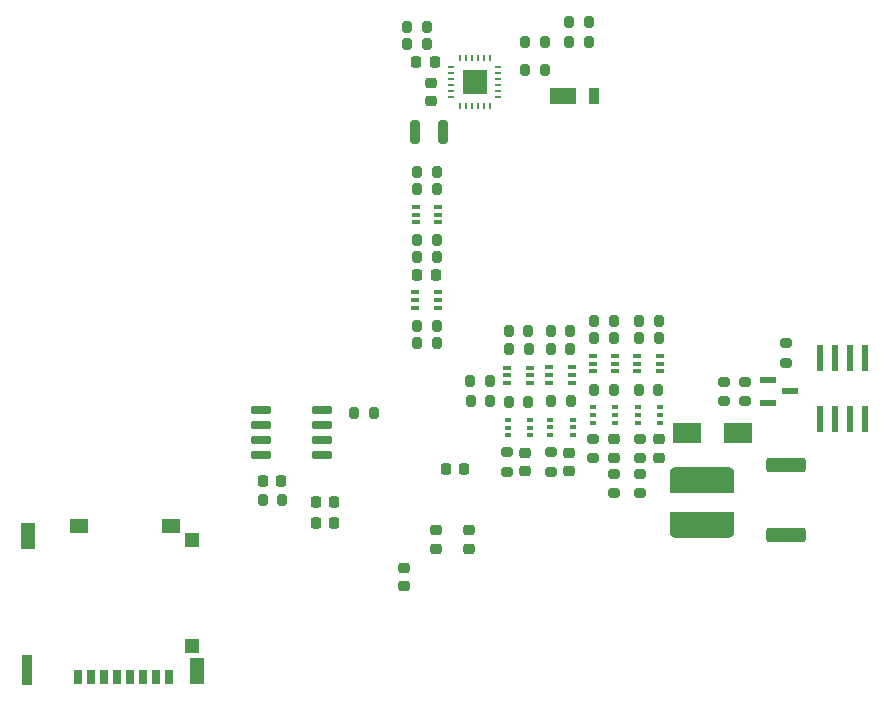
<source format=gbp>
%TF.GenerationSoftware,KiCad,Pcbnew,7.0.9*%
%TF.CreationDate,2024-05-14T22:46:05-07:00*%
%TF.ProjectId,mainboard,6d61696e-626f-4617-9264-2e6b69636164,06b*%
%TF.SameCoordinates,Original*%
%TF.FileFunction,Paste,Bot*%
%TF.FilePolarity,Positive*%
%FSLAX46Y46*%
G04 Gerber Fmt 4.6, Leading zero omitted, Abs format (unit mm)*
G04 Created by KiCad (PCBNEW 7.0.9) date 2024-05-14 22:46:05*
%MOMM*%
%LPD*%
G01*
G04 APERTURE LIST*
G04 Aperture macros list*
%AMRoundRect*
0 Rectangle with rounded corners*
0 $1 Rounding radius*
0 $2 $3 $4 $5 $6 $7 $8 $9 X,Y pos of 4 corners*
0 Add a 4 corners polygon primitive as box body*
4,1,4,$2,$3,$4,$5,$6,$7,$8,$9,$2,$3,0*
0 Add four circle primitives for the rounded corners*
1,1,$1+$1,$2,$3*
1,1,$1+$1,$4,$5*
1,1,$1+$1,$6,$7*
1,1,$1+$1,$8,$9*
0 Add four rect primitives between the rounded corners*
20,1,$1+$1,$2,$3,$4,$5,0*
20,1,$1+$1,$4,$5,$6,$7,0*
20,1,$1+$1,$6,$7,$8,$9,0*
20,1,$1+$1,$8,$9,$2,$3,0*%
%AMFreePoly0*
4,1,17,-1.075000,2.212500,-1.059717,2.339761,-1.006018,2.475934,-0.917570,2.592570,-0.800934,2.681018,-0.664761,2.734717,-0.537500,2.750000,1.075000,2.750000,1.075000,-2.750000,-0.537500,-2.750000,-0.664761,-2.734717,-0.800934,-2.681018,-0.917570,-2.592570,-1.006018,-2.475934,-1.059717,-2.339761,-1.075000,-2.212500,-1.075000,2.212500,-1.075000,2.212500,$1*%
%AMFreePoly1*
4,1,17,-1.075000,2.750000,0.537500,2.750000,0.664761,2.734717,0.800934,2.681018,0.917570,2.592570,1.006018,2.475934,1.059717,2.339761,1.075000,2.212500,1.075000,-2.212500,1.059717,-2.339761,1.006018,-2.475934,0.917570,-2.592570,0.800934,-2.681018,0.664761,-2.734717,0.537500,-2.750000,-1.075000,-2.750000,-1.075000,2.750000,-1.075000,2.750000,$1*%
G04 Aperture macros list end*
%ADD10RoundRect,0.225000X-0.225000X-0.250000X0.225000X-0.250000X0.225000X0.250000X-0.225000X0.250000X0*%
%ADD11RoundRect,0.225000X0.250000X-0.225000X0.250000X0.225000X-0.250000X0.225000X-0.250000X-0.225000X0*%
%ADD12RoundRect,0.200000X-0.275000X0.200000X-0.275000X-0.200000X0.275000X-0.200000X0.275000X0.200000X0*%
%ADD13RoundRect,0.200000X-0.200000X-0.275000X0.200000X-0.275000X0.200000X0.275000X-0.200000X0.275000X0*%
%ADD14R,0.800000X1.240000*%
%ADD15R,1.160000X1.200000*%
%ADD16R,0.950000X2.500000*%
%ADD17R,1.150000X2.200000*%
%ADD18R,1.500000X1.150000*%
%ADD19R,1.160000X1.250000*%
%ADD20RoundRect,0.225000X-0.250000X0.225000X-0.250000X-0.225000X0.250000X-0.225000X0.250000X0.225000X0*%
%ADD21RoundRect,0.225000X0.225000X0.250000X-0.225000X0.250000X-0.225000X-0.250000X0.225000X-0.250000X0*%
%ADD22RoundRect,0.150000X-0.725000X-0.150000X0.725000X-0.150000X0.725000X0.150000X-0.725000X0.150000X0*%
%ADD23R,0.228000X0.608000*%
%ADD24R,0.608000X0.228000*%
%ADD25R,2.128000X2.128000*%
%ADD26RoundRect,0.200000X0.200000X0.275000X-0.200000X0.275000X-0.200000X-0.275000X0.200000X-0.275000X0*%
%ADD27RoundRect,0.177600X-0.222400X-0.822400X0.222400X-0.822400X0.222400X0.822400X-0.222400X0.822400X0*%
%ADD28R,0.650000X0.400000*%
%ADD29R,0.600000X0.400000*%
%ADD30RoundRect,0.200000X0.275000X-0.200000X0.275000X0.200000X-0.275000X0.200000X-0.275000X-0.200000X0*%
%ADD31R,0.900000X1.400000*%
%ADD32R,2.200000X1.400000*%
%ADD33FreePoly0,270.000000*%
%ADD34FreePoly1,270.000000*%
%ADD35R,2.350000X1.700000*%
%ADD36R,0.609600X2.209800*%
%ADD37RoundRect,0.250000X-1.425000X0.362500X-1.425000X-0.362500X1.425000X-0.362500X1.425000X0.362500X0*%
%ADD38R,1.320800X0.558800*%
G04 APERTURE END LIST*
D10*
X134480000Y-100076000D03*
X136030000Y-100076000D03*
D11*
X151892000Y-105804000D03*
X151892000Y-104254000D03*
X149098000Y-105804000D03*
X149098000Y-104254000D03*
D12*
X164211000Y-99464196D03*
X164211000Y-101114196D03*
D13*
X142177000Y-94361000D03*
X143827000Y-94361000D03*
D14*
X118816800Y-116677200D03*
X119916800Y-116677200D03*
X121016800Y-116677200D03*
X122116800Y-116677200D03*
X123216800Y-116677200D03*
X124316800Y-116677200D03*
X125416800Y-116677200D03*
X126516800Y-116677200D03*
D15*
X128456800Y-105047200D03*
D16*
X114471800Y-116047200D03*
D17*
X128861800Y-116197200D03*
X114571800Y-104717200D03*
D18*
X118876800Y-103922200D03*
X126656800Y-103922200D03*
D19*
X128456800Y-114047200D03*
D20*
X146431000Y-107429000D03*
X146431000Y-108979000D03*
D21*
X140475000Y-101854000D03*
X138925000Y-101854000D03*
D22*
X134331000Y-97917000D03*
X134331000Y-96647000D03*
X134331000Y-95377000D03*
X134331000Y-94107000D03*
X139481000Y-94107000D03*
X139481000Y-95377000D03*
X139481000Y-96647000D03*
X139481000Y-97917000D03*
D13*
X146700000Y-61604600D03*
X148350000Y-61604600D03*
D23*
X151150000Y-64294000D03*
X151650000Y-64294000D03*
X152150000Y-64294000D03*
X152650000Y-64294000D03*
X153150000Y-64294000D03*
X153650000Y-64294000D03*
D24*
X154400000Y-65044000D03*
X154400000Y-65544000D03*
X154400000Y-66044000D03*
X154400000Y-66544000D03*
X154400000Y-67044000D03*
X154400000Y-67544000D03*
D23*
X153650000Y-68294000D03*
X153150000Y-68294000D03*
X152650000Y-68294000D03*
X152150000Y-68294000D03*
X151650000Y-68294000D03*
X151150000Y-68294000D03*
D24*
X150400000Y-67544000D03*
X150400000Y-67044000D03*
X150400000Y-66544000D03*
X150400000Y-66044000D03*
X150400000Y-65544000D03*
X150400000Y-65044000D03*
D25*
X152400000Y-66294000D03*
D26*
X158305000Y-65278000D03*
X156655000Y-65278000D03*
D11*
X148666200Y-67900000D03*
X148666200Y-66350000D03*
D26*
X162038800Y-62941200D03*
X160388800Y-62941200D03*
D13*
X156655000Y-62941200D03*
X158305000Y-62941200D03*
D26*
X148350000Y-63075000D03*
X146700000Y-63075000D03*
D10*
X149925000Y-99100000D03*
X151475000Y-99100000D03*
D26*
X162038800Y-61214000D03*
X160388800Y-61214000D03*
D27*
X147320000Y-70525000D03*
X149720000Y-70525000D03*
D10*
X147550000Y-82625000D03*
X149100000Y-82625000D03*
D20*
X164200000Y-96550000D03*
X164200000Y-98100000D03*
X168021000Y-96550000D03*
X168021000Y-98100000D03*
D28*
X166175000Y-90800000D03*
X166175000Y-90150000D03*
X166175000Y-89500000D03*
X168075000Y-89500000D03*
X168075000Y-90150000D03*
X168075000Y-90800000D03*
D29*
X166182000Y-95138000D03*
X166182000Y-94488000D03*
X166182000Y-93838000D03*
X168082000Y-93838000D03*
X168082000Y-94488000D03*
X168082000Y-95138000D03*
D13*
X147511000Y-88425000D03*
X149161000Y-88425000D03*
D26*
X149161000Y-81150000D03*
X147511000Y-81150000D03*
X149161000Y-73914000D03*
X147511000Y-73914000D03*
D13*
X147511000Y-75375000D03*
X149161000Y-75375000D03*
X162497000Y-86525000D03*
X164147000Y-86525000D03*
X166307000Y-86500000D03*
X167957000Y-86500000D03*
X162500000Y-88000000D03*
X164150000Y-88000000D03*
X166307000Y-88000000D03*
X167957000Y-88000000D03*
D30*
X166370000Y-98150000D03*
X166370000Y-96500000D03*
D26*
X164147000Y-92400000D03*
X162497000Y-92400000D03*
X167950000Y-92375000D03*
X166300000Y-92375000D03*
D28*
X162372000Y-90800000D03*
X162372000Y-90150000D03*
X162372000Y-89500000D03*
X164272000Y-89500000D03*
X164272000Y-90150000D03*
X164272000Y-90800000D03*
D29*
X162372000Y-95138000D03*
X162372000Y-94488000D03*
X162372000Y-93838000D03*
X164272000Y-93838000D03*
X164272000Y-94488000D03*
X164272000Y-95138000D03*
D30*
X162425000Y-98150000D03*
X162425000Y-96500000D03*
D12*
X166370000Y-99466900D03*
X166370000Y-101116900D03*
D31*
X162461000Y-67500500D03*
D32*
X159911000Y-67500500D03*
D28*
X147386000Y-78175000D03*
X147386000Y-77525000D03*
X147386000Y-76875000D03*
X149286000Y-76875000D03*
X149286000Y-77525000D03*
X149286000Y-78175000D03*
X147375000Y-85425000D03*
X147375000Y-84775000D03*
X147375000Y-84125000D03*
X149275000Y-84125000D03*
X149275000Y-84775000D03*
X149275000Y-85425000D03*
D26*
X149161000Y-79675000D03*
X147511000Y-79675000D03*
D13*
X147511000Y-86950000D03*
X149161000Y-86950000D03*
D10*
X138925000Y-103632000D03*
X140475000Y-103632000D03*
D13*
X134430000Y-101727000D03*
X136080000Y-101727000D03*
D28*
X160627475Y-90450000D03*
X160627475Y-91100000D03*
X160627475Y-91750000D03*
X158727475Y-91750000D03*
X158727475Y-91100000D03*
X158727475Y-90450000D03*
D13*
X158832475Y-87370000D03*
X160482475Y-87370000D03*
D20*
X160367475Y-97685000D03*
X160367475Y-99235000D03*
D29*
X160697475Y-94890000D03*
X160697475Y-95540000D03*
X160697475Y-96190000D03*
X158797475Y-96190000D03*
X158797475Y-95540000D03*
X158797475Y-94890000D03*
D30*
X178750000Y-90075000D03*
X178750000Y-88425000D03*
D13*
X152025000Y-91600000D03*
X153675000Y-91600000D03*
D30*
X155120000Y-99315000D03*
X155120000Y-97665000D03*
D26*
X156950000Y-88940000D03*
X155300000Y-88940000D03*
D33*
X171600000Y-99975000D03*
D34*
X171600000Y-103825000D03*
D29*
X157115000Y-94930000D03*
X157115000Y-95580000D03*
X157115000Y-96230000D03*
X155215000Y-96230000D03*
X155215000Y-95580000D03*
X155215000Y-94930000D03*
D30*
X175250000Y-93325000D03*
X175250000Y-91675000D03*
D35*
X174650000Y-96012000D03*
X170350000Y-96012000D03*
D26*
X160482475Y-88890000D03*
X158832475Y-88890000D03*
D12*
X173500000Y-91675000D03*
X173500000Y-93325000D03*
D20*
X156620000Y-97715000D03*
X156620000Y-99265000D03*
D13*
X158867475Y-93330000D03*
X160517475Y-93330000D03*
D36*
X181595000Y-89633800D03*
X182865000Y-89633800D03*
X184135000Y-89633800D03*
X185405000Y-89633800D03*
X185405000Y-94866200D03*
X184135000Y-94866200D03*
X182865000Y-94866200D03*
X181595000Y-94866200D03*
D10*
X147450000Y-64575000D03*
X149000000Y-64575000D03*
D37*
X178765200Y-98764500D03*
X178765200Y-104689500D03*
D28*
X157060000Y-90500000D03*
X157060000Y-91150000D03*
X157060000Y-91800000D03*
X155160000Y-91800000D03*
X155160000Y-91150000D03*
X155160000Y-90500000D03*
D13*
X155285000Y-93370000D03*
X156935000Y-93370000D03*
X152050000Y-93300000D03*
X153700000Y-93300000D03*
X155275000Y-87400000D03*
X156925000Y-87400000D03*
D38*
X177246700Y-93452500D03*
X177246700Y-91547500D03*
X179126300Y-92500000D03*
D30*
X158867475Y-99285000D03*
X158867475Y-97635000D03*
M02*

</source>
